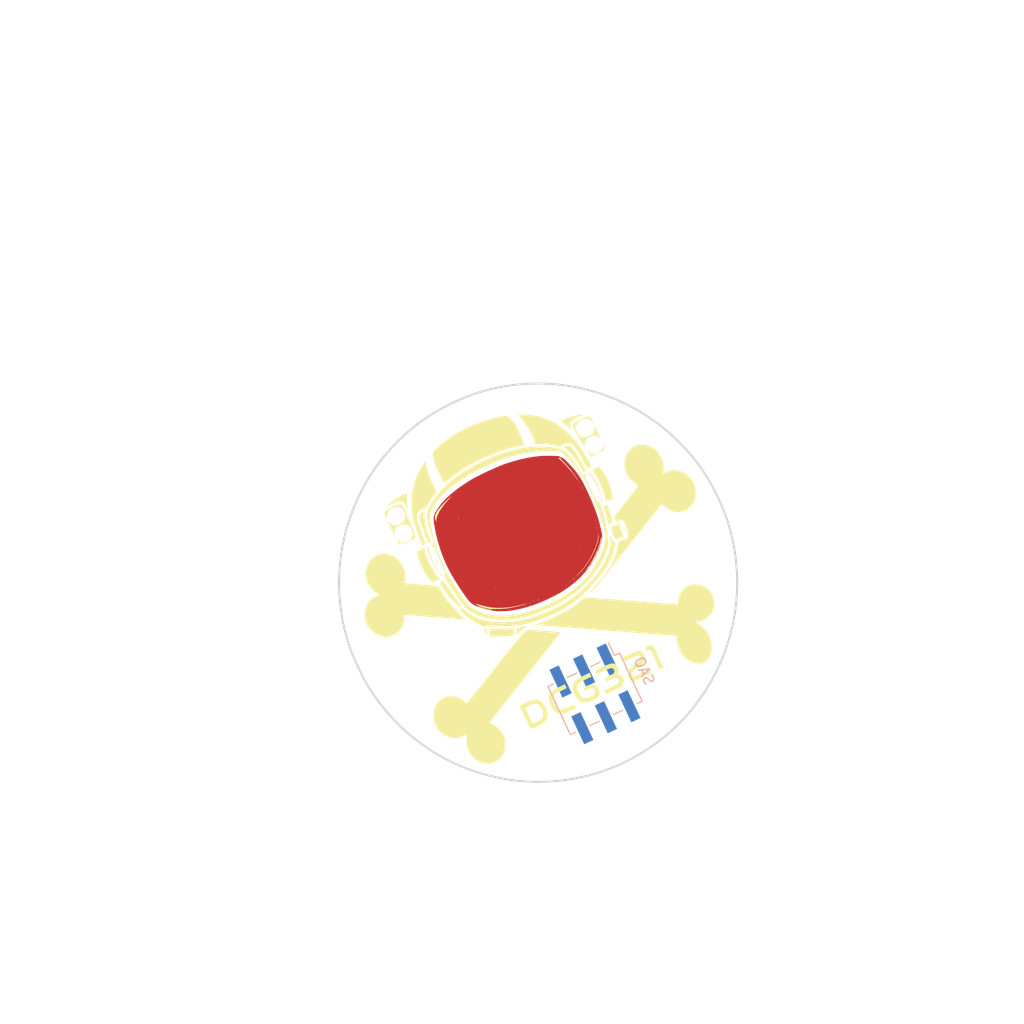
<source format=kicad_pcb>
(kicad_pcb (version 20221018) (generator pcbnew)
  (layers (0 "F.Cu" signal) (31 "B.Cu" signal) (34 "B.Paste" user) (35 "F.Paste" user) (36 "B.SilkS" user "B.Silkscreen") (37 "F.SilkS" user "F.Silkscreen") (38 "B.Mask" user) (39 "F.Mask" user) (44 "Edge.Cuts" user))
  (net 0 "")
  (footprint "LOGO" (layer "F.Cu") (at 152.544188 106.920539 25)
    (fp_text reference "G***" hide)
    (fp_text value "LOGO" hide)
    (fp_poly (pts (xy 0.503326 -11.975167) (xy 0.919538 -11.968763) (xy 1.309013 -11.957238) (xy 1.657244 -11.940591) (xy 1.949725 -11.91882) (xy 2.064992 -11.906676) (xy 2.796505 -11.807928) (xy 3.468047 -11.691983) (xy 4.095764 -11.55524) (xy 4.6958 -11.394098) (xy 5.284302 -11.204957) (xy 5.409132 -11.160913) (xy 5.575339 -11.096643) (xy 5.778588 -11.01071) (xy 6.005589 -10.909506) (xy 6.243053 -10.799422) (xy 6.477691 -10.686849) (xy 6.696211 -10.578179) (xy 6.885325 -10.479802) (xy 7.031741 -10.39811) (xy 7.122172 -10.339494) (xy 7.129528 -10.33356) (xy 7.180985 -10.286168) (xy 7.183871 -10.274087) (xy 7.177854 -10.276857) (xy 7.134908 -10.280477) (xy 7.129528 -10.26762) (xy 7.154092 -10.218941) (xy 7.211262 -10.157302) (xy 7.276258 -10.104895) (xy 7.324299 -10.083913) (xy 7.331446 -10.086798) (xy 7.3538 -10.063187) (xy 7.395744 -9.979217) (xy 7.452237 -9.847825) (xy 7.518239 -9.681945) (xy 7.588709 -9.494513) (xy 7.658608 -9.298465) (xy 7.722894 -9.106735) (xy 7.761622 -8.982801) (xy 7.871961 -8.598336) (xy 7.960297 -8.245669) (xy 8.028722 -7.908706) (xy 8.079328 -7.571354) (xy 8.114206 -7.21752) (xy 8.13545 -6.831111) (xy 8.145151 -6.396034) (xy 8.1461 -6.025266) (xy 8.139985 -5.417858) (xy 8.125356 -4.872735) (xy 8.100652 -4.375177) (xy 8.064312 -3.910461) (xy 8.014776 -3.463865) (xy 7.950483 -3.020668) (xy 7.869872 -2.566147) (xy 7.771382 -2.08558) (xy 7.689699 -1.720292) (xy 7.630992 -1.538723) (xy 7.533791 -1.348889) (xy 7.392079 -1.142168) (xy 7.199838 -0.909939) (xy 6.951052 -0.643581) (xy 6.90643 -0.598066) (xy 6.777825 -0.468869) (xy 6.675939 -0.368967) (xy 6.608926 -0.306152) (xy 6.584937 -0.288216) (xy 6.588109 -0.293836) (xy 6.617775 -0.349535) (xy 6.617574 -0.349629) (xy 6.814208 -0.535464) (xy 6.944067 -0.6661) (xy 7.089697 -0.824492) (xy 7.220059 -0.976852) (xy 7.222667 -0.980061) (xy 7.32058 -1.103375) (xy 7.400531 -1.20896) (xy 7.448806 -1.278551) (xy 7.454899 -1.289345) (xy 7.456919 -1.30748) (xy 7.422627 -1.270015) (xy 7.328948 -1.155564) (xy 7.193612 -0.997272) (xy 7.027658 -0.807876) (xy 6.842127 -0.600117) (xy 6.840605 -0.598428) (xy 6.616747 -0.350012) (xy 6.598375 -0.358541) (xy 6.539352 -0.324705) (xy 6.450152 -0.251882) (xy 6.422272 -0.22618) (xy 6.333867 -0.148686) (xy 6.265998 -0.099727) (xy 6.244381 -0.090868) (xy 6.202924 -0.059888) (xy 6.185643 -0.027534) (xy 6.199222 -0.016253) (xy 6.258409 -0.048427) (xy 6.345815 -0.113512) (xy 6.432161 -0.180252) (xy 6.480148 -0.210845) (xy 6.479651 -0.199093) (xy 6.410436 -0.127956) (xy 6.310756 -0.043829) (xy 6.198848 0.040219) (xy 6.092948 0.111118) (xy 6.011294 0.155802) (xy 5.974124 0.163154) (xy 5.923694 0.168246) (xy 5.908418 0.185099) (xy 5.902886 0.211849) (xy 5.934742 0.197639) (xy 5.968784 0.181415) (xy 5.951526 0.210779) (xy 5.934521 0.232086) (xy 5.871136 0.277619) (xy 5.828669 0.279559) (xy 5.788482 0.286663) (xy 5.786537 0.306795) (xy 5.763781 0.343921) (xy 5.729598 0.348612) (xy 5.677634 0.364585) (xy 5.671607 0.387273) (xy 5.647726 0.421559) (xy 5.612517 0.42575) (xy 5.565638 0.43585) (xy 5.565433 0.453064) (xy 5.543083 0.486513) (xy 5.459313 0.546619) (xy 5.323211 0.628296) (xy 5.143863 0.726459) (xy 4.930355 0.836022) (xy 4.691773 0.951901) (xy 4.584604 1.002003) (xy 3.940069 1.266478) (xy 3.256491 1.481222) (xy 2.525297 1.648567) (xy 1.775038 1.766231) (xy 1.491029 1.794052) (xy 1.147913 1.815001) (xy 0.763605 1.828983) (xy 0.356022 1.835905) (xy -0.056921 1.83567) (xy -0.457306 1.828185) (xy -0.827219 1.813355) (xy -1.148742 1.791086) (xy -1.240487 1.782161) (xy -1.893797 1.698949) (xy -2.51419 1.592212) (xy -3.089316 1.464521) (xy -3.606827 1.318451) (xy -3.832809 1.241965) (xy -3.847174 1.236479) (xy -2.793354 1.236479) (xy -2.788047 1.259463) (xy -2.76758 1.262253) (xy -2.735758 1.248107) (xy -2.741806 1.236479) (xy -2.787687 1.231852) (xy -2.793354 1.236479) (xy -3.847174 1.236479) (xy -3.90512 1.214349) (xy -2.944115 1.214349) (xy -2.906114 1.22054) (xy -2.85597 1.213432) (xy -2.855372 1.200235) (xy -2.907115 1.191006) (xy -2.929471 1.197183) (xy -2.944115 1.214349) (xy -3.90512 1.214349) (xy -4.006348 1.175689) (xy -3.098757 1.175689) (xy -3.060756 1.181879) (xy -3.010613 1.174771) (xy -3.010014 1.161574) (xy -3.061757 1.152345) (xy -3.084113 1.158522) (xy -3.098757 1.175689) (xy -4.006348 1.175689) (xy -4.058737 1.155681) (xy -4.103363 1.137028) (xy -3.2534 1.137028) (xy -3.215398 1.143219) (xy -3.165255 1.136111) (xy -3.164656 1.122914) (xy -3.216399 1.113685) (xy -3.238756 1.119861) (xy -3.2534 1.137028) (xy -4.103363 1.137028) (xy -4.29553 1.056704) (xy -4.529438 0.951657) (xy -4.746709 0.847164) (xy -4.933595 0.749851) (xy -5.076343 0.666342) (xy -5.161205 0.603262) (xy -5.163636 0.60081) (xy -5.214884 0.554823) (xy -5.228334 0.557986) (xy -5.224858 0.566362) (xy -5.224896 0.583443) (xy -5.263481 0.546236) (xy -5.267498 0.541596) (xy -5.33265 0.477021) (xy -5.437539 0.384671) (xy -5.560409 0.283643) (xy -5.570472 0.275673) (xy -5.710191 0.159995) (xy -5.874273 0.016226) (xy -6.032476 -0.128978) (xy -6.068716 -0.163487) (xy -6.178689 -0.267099) (xy -6.260843 -0.340385) (xy -6.304826 -0.374364) (xy -6.308063 -0.371157) (xy -6.285256 -0.319943) (xy -6.302283 -0.323337) (xy -6.352167 -0.374406) (xy -6.427932 -0.466218) (xy -6.502576 -0.56446) (xy -6.511214 -0.576679) (xy -6.276695 -0.576679) (xy -6.266796 -0.5359) (xy -6.211749 -0.454825) (xy -6.122445 -0.346436) (xy -6.009776 -0.22371) (xy -5.884633 -0.099627) (xy -5.847482 -0.065168) (xy -5.710791 0.042334) (xy -5.517844 0.170314) (xy -5.28397 0.310026) (xy -5.024499 0.452724) (xy -4.754762 0.589664) (xy -4.490087 0.7121) (xy -4.468645 0.721415) (xy -4.308182 0.787249) (xy -4.121534 0.858376) (xy -3.924652 0.929363) (xy -3.73349 0.994774) (xy -3.563997 1.049174) (xy -3.432127 1.08713) (xy -3.353831 1.103205) (xy -3.347489 1.103388) (xy -3.356509 1.091255) (xy -3.426451 1.059759) (xy -3.544915 1.014083) (xy -3.656773 0.974116) (xy -4.262485 0.740169) (xy -4.805678 0.479248) (xy -4.886255 0.43105) (xy -0.061339 0.43105) (xy -0.042009 0.450381) (xy -0.022679 0.43105) (xy 0.943836 0.43105) (xy 0.963166 0.450381) (xy 0.982496 0.43105) (xy 0.963166 0.41172) (xy 0.943836 0.43105) (xy -0.022679 0.43105) (xy -0.042009 0.41172) (xy -0.061339 0.43105) (xy -4.886255 0.43105) (xy -5.298501 0.184459) (xy -5.377026 0.126499) (xy 6.008371 0.126499) (xy 6.027177 0.138072) (xy 6.078571 0.088408) (xy 6.090624 0.07344) (xy 6.124059 0.027647) (xy 6.104039 0.037247) (xy 6.076027 0.058843) (xy 6.022484 0.106535) (xy 6.008371 0.126499) (xy -5.377026 0.126499) (xy -5.753102 -0.151088) (xy -5.97537 -0.341231) (xy -6.096867 -0.44689) (xy -6.110801 -0.458143) (xy 1.987671 -0.458143) (xy 2.007002 -0.438813) (xy 2.026332 -0.458143) (xy 2.007002 -0.477473) (xy 1.987671 -0.458143) (xy -6.110801 -0.458143) (xy -6.196191 -0.527105) (xy -6.260244 -0.571642) (xy -6.276695 -0.576679) (xy -6.511214 -0.576679) (xy -6.631906 -0.747412) (xy -6.733006 -0.912451) (xy -6.812359 -1.076591) (xy -6.853637 -1.192694) (xy 3.572755 -1.192694) (xy 3.592085 -1.173364) (xy 3.611416 -1.192694) (xy 3.592085 -1.212024) (xy 3.572755 -1.192694) (xy -6.853637 -1.192694) (xy -6.876445 -1.256848) (xy -6.881995 -1.278264) (xy -4.075808 -1.278264) (xy -4.066401 -1.256658) (xy -4.027474 -1.215154) (xy -4.005095 -1.223668) (xy -4.004718 -1.229073) (xy -4.032178 -1.261773) (xy -4.049352 -1.273707) (xy -4.075808 -1.278264) (xy -6.881995 -1.278264) (xy -6.889876 -1.308676) (xy -2.922222 -1.308676) (xy -2.902892 -1.289345) (xy -2.883562 -1.308676) (xy 5.003196 -1.308676) (xy 5.022527 -1.289345) (xy 5.041857 -1.308676) (xy 5.022527 -1.328006) (xy 5.003196 -1.308676) (xy -2.883562 -1.308676) (xy -2.902892 -1.328006) (xy -2.922222 -1.308676) (xy -6.889876 -1.308676) (xy -6.909914 -1.385997) (xy 5.080518 -1.385997) (xy 5.099848 -1.366667) (xy 5.119178 -1.385997) (xy 5.099848 -1.405327) (xy 5.080518 -1.385997) (xy -6.909914 -1.385997) (xy -6.931745 -1.470239) (xy -6.945901 -1.540639) (xy 5.23516 -1.540639) (xy 5.25449 -1.521309) (xy 5.27382 -1.540639) (xy 5.25449 -1.55997) (xy 5.23516 -1.540639) (xy -6.945901 -1.540639) (xy -6.984739 -1.733778) (xy -6.984768 -1.733942) (xy 4.268645 -1.733942) (xy 4.287976 -1.714612) (xy 4.307306 -1.733942) (xy 4.287976 -1.753272) (xy 4.268645 -1.733942) (xy -6.984768 -1.733942) (xy -7.016581 -1.914021) (xy -7.063147 -2.197869) (xy 5.776408 -2.197869) (xy 5.795738 -2.178539) (xy 5.815069 -2.197869) (xy 5.795738 -2.217199) (xy 5.776408 -2.197869) (xy -7.063147 -2.197869) (xy -7.06949 -2.23653) (xy -3.927397 -2.23653) (xy -3.908067 -2.217199) (xy -3.888737 -2.23653) (xy -3.908067 -2.25586) (xy -3.927397 -2.23653) (xy -7.06949 -2.23653) (xy -7.101202 -2.429833) (xy 4.925875 -2.429833) (xy 4.945205 -2.410502) (xy 4.964536 -2.429833) (xy 4.945205 -2.449163) (xy 4.925875 -2.429833) (xy -7.101202 -2.429833) (xy -7.107544 -2.468493) (xy -4.1207 -2.468493) (xy -4.10137 -2.449163) (xy -4.08204 -2.468493) (xy -4.10137 -2.487823) (xy -4.1207 -2.468493) (xy -7.107544 -2.468493) (xy -7.125716 -2.579264) (xy -7.160493 -2.816438) (xy 6.163014 -2.816438) (xy 6.182344 -2.797108) (xy 6.201674 -2.816438) (xy 6.182344 -2.835769) (xy 6.163014 -2.816438) (xy -7.160493 -2.816438) (xy -7.194506 -3.048402) (xy 6.278995 -3.048402) (xy 6.298326 -3.029071) (xy 6.317656 -3.048402) (xy 6.298326 -3.067732) (xy 6.278995 -3.048402) (xy -7.194506 -3.048402) (xy -7.214027 -3.181536) (xy -7.28267 -3.732001) (xy -7.28768 -3.782953) (xy 5.699087 -3.782953) (xy 5.718417 -3.763622) (xy 5.737747 -3.782953) (xy 5.718417 -3.802283) (xy 5.699087 -3.782953) (xy -7.28768 -3.782953) (xy -7.332803 -4.241817) (xy -7.365583 -4.722147) (xy -7.374891 -4.981431) (xy -5.937747 -4.981431) (xy -5.918417 -4.9621) (xy -5.899087 -4.981431) (xy -5.918417 -5.000761) (xy -5.937747 -4.981431) (xy -7.374891 -4.981431) (xy -7.382168 -5.184151) (xy -7.384826 -5.464688) (xy -7.380318 -5.6) (xy 7.28417 -5.6) (xy 7.303501 -5.58067) (xy 7.322831 -5.6) (xy 7.303501 -5.61933) (xy 7.28417 -5.6) (xy -7.380318 -5.6) (xy -7.368726 -5.947945) (xy -5.048554 -5.947945) (xy -5.029224 -5.928615) (xy -5.009893 -5.947945) (xy -5.029224 -5.967275) (xy -5.048554 -5.947945) (xy -7.368726 -5.947945) (xy -7.359298 -6.23094) (xy -7.285058 -7.034715) (xy -7.195047 -7.649011) (xy 4.887215 -7.649011) (xy 4.906545 -7.62968) (xy 4.925875 -7.649011) (xy 4.906545 -7.668341) (xy 4.887215 -7.649011) (xy -7.195047 -7.649011) (xy -7.164756 -7.855739) (xy -7.121018 -8.074277) (xy 7.670776 -8.074277) (xy 7.690107 -8.054947) (xy 7.709437 -8.074277) (xy 7.690107 -8.093607) (xy 7.670776 -8.074277) (xy -7.121018 -8.074277) (xy -7.074593 -8.30624) (xy 5.428463 -8.30624) (xy 5.447793 -8.28691) (xy 5.467123 -8.30624) (xy 5.447793 -8.325571) (xy 5.428463 -8.30624) (xy -7.074593 -8.30624) (xy -7.055249 -8.402892) (xy 7.593455 -8.402892) (xy 7.6076 -8.37107) (xy 7.619229 -8.377118) (xy 7.623856 -8.422999) (xy 7.619229 -8.428666) (xy 7.596245 -8.423359) (xy 7.593455 -8.402892) (xy -7.055249 -8.402892) (xy -7.035905 -8.499543) (xy -4.314003 -8.499543) (xy -4.294673 -8.480213) (xy -4.275342 -8.499543) (xy -4.294673 -8.518874) (xy -4.314003 -8.499543) (xy -7.035905 -8.499543) (xy -7.001042 -8.673737) (xy -6.936246 -8.94414) (xy -4.391324 -8.94414) (xy -4.377179 -8.912318) (xy -4.36555 -8.918366) (xy -4.360924 -8.964247) (xy -4.36555 -8.969914) (xy -4.388534 -8.964607) (xy -4.391324 -8.94414) (xy -6.936246 -8.94414) (xy -6.922555 -9.001276) (xy -6.907416 -9.060122) (xy -4.391324 -9.060122) (xy -4.377179 -9.0283) (xy -4.36555 -9.034348) (xy -4.360924 -9.080229) (xy -4.36555 -9.085895) (xy -4.388534 -9.080588) (xy -4.391324 -9.060122) (xy -6.907416 -9.060122) (xy -6.836275 -9.336655) (xy -6.760327 -9.607367) (xy -6.695697 -9.80331) (xy -6.435714 -9.80331) (xy -6.429334 -9.794673) (xy -6.399377 -9.823544) (xy -6.342236 -9.897073) (xy -6.318791 -9.929985) (xy -0.911872 -9.929985) (xy -0.892542 -9.910654) (xy -0.873212 -9.929985) (xy -0.892542 -9.949315) (xy -0.911872 -9.929985) (xy -6.318791 -9.929985) (xy -6.305123 -9.949171) (xy -6.187185 -10.084627) (xy 2.219635 -10.084627) (xy 2.238965 -10.065297) (xy 2.258295 -10.084627) (xy 2.238965 -10.103957) (xy 2.219635 -10.084627) (xy -6.187185 -10.084627) (xy -6.180669 -10.092111) (xy -6.096709 -10.165781) (xy 7.023823 -10.165781) (xy 7.027904 -10.122709) (xy 7.056774 -10.02375) (xy 7.105463 -9.884382) (xy 7.158481 -9.746309) (xy 7.242473 -9.525856) (xy 7.332936 -9.27296) (xy 7.415066 -9.029516) (xy 7.444511 -8.936956) (xy 7.496681 -8.773795) (xy 7.541283 -8.643684) (xy 7.573256 -8.560784) (xy 7.587026 -8.538218) (xy 7.582433 -8.578709) (xy 7.559067 -8.677724) (xy 7.520832 -8.81987) (xy 7.477317 -8.970669) (xy 7.412723 -9.181403) (xy 7.341161 -9.404014) (xy 7.27358 -9.604851) (xy 7.241376 -9.695756) (xy 7.189684 -9.845358) (xy 7.150647 -9.973007) (xy 7.130778 -10.056896) (xy 7.129528 -10.070415) (xy 7.108536 -10.13913) (xy 7.062616 -10.175993) (xy 7.023823 -10.165781) (xy -6.096709 -10.165781) (xy -5.996283 -10.253899) (xy -5.963765 -10.27793) (xy -1.221157 -10.27793) (xy -1.201826 -10.2586) (xy -1.182496 -10.27793) (xy -1.201826 -10.29726) (xy -1.221157 -10.27793) (xy -5.963765 -10.27793) (xy -5.764137 -10.425458) (xy -5.51272 -10.587215) (xy -3.308828 -10.587215) (xy -3.289498 -10.567884) (xy -3.270167 -10.587215) (xy -3.289498 -10.606545) (xy -3.308828 -10.587215) (xy -5.51272 -10.587215) (xy -5.496402 -10.597714) (xy -5.240828 -10.74277) (xy -5.07032 -10.836178) (xy -4.969702 -10.896886) (xy -4.938689 -10.924659) (xy -4.976996 -10.919265) (xy -5.084338 -10.880469) (xy -5.26043 -10.808037) (xy -5.299848 -10.79122) (xy -5.556828 -10.675293) (xy -5.784793 -10.561201) (xy -5.970386 -10.456151) (xy -6.10025 -10.367353) (xy -6.12567 -10.345586) (xy -6.199064 -10.285816) (xy -6.24971 -10.25874) (xy -6.251684 -10.2586) (xy -6.289899 -10.227811) (xy -6.337345 -10.153627) (xy -6.338034 -10.152283) (xy -6.3761 -10.06173) (xy -6.409284 -9.956875) (xy -6.431262 -9.86248) (xy -6.435714 -9.80331) (xy -6.695697 -9.80331) (xy -6.688763 -9.824332) (xy -6.61563 -9.998469) (xy -6.534978 -10.140698) (xy -6.440857 -10.26194) (xy -6.327316 -10.373113) (xy -6.188405 -10.485138) (xy -6.064455 -10.575954) (xy -5.63753 -10.848175) (xy -5.388721 -10.97382) (xy -4.816591 -10.97382) (xy -4.79726 -10.95449) (xy -4.77793 -10.97382) (xy -4.79726 -10.993151) (xy -4.816591 -10.97382) (xy -5.388721 -10.97382) (xy -5.157087 -11.090792) (xy -4.619824 -11.304821) (xy -4.022438 -11.49128) (xy -3.361629 -11.651184) (xy -2.634093 -11.78555) (xy -1.83653 -11.895394) (xy -1.743075 -11.906171) (xy -1.471072 -11.930449) (xy -1.138769 -11.949618) (xy -0.760671 -11.963676) (xy -0.351285 -11.972622) (xy 0.074883 -11.976453)) (fill solid) (layer "F.Cu"))
    (fp_poly (pts (xy 0.661435 -19.481653) (xy 1.613503 -19.433089) (xy 2.527734 -19.341938) (xy 2.609589 -19.331355) (xy 3.781847 -19.13803) (xy 4.944219 -18.86968) (xy 6.09146 -18.528458) (xy 7.218328 -18.11652) (xy 8.319578 -17.636022) (xy 9.389968 -17.089119) (xy 10.424252 -16.477966) (xy 11.417188 -15.804718) (xy 11.702031 -15.594118) (xy 12.652894 -14.829425) (xy 13.551118 -14.009946) (xy 14.394523 -13.138864) (xy 15.180929 -12.219362) (xy 15.908156 -11.254623) (xy 16.574023 -10.24783) (xy 17.176349 -9.202165) (xy 17.712953 -8.120813) (xy 18.181656 -7.006956) (xy 18.580277 -5.863777) (xy 18.7432 -5.31583) (xy 18.813163 -5.065323) (xy 18.867422 -4.866077) (xy 18.911876 -4.695112) (xy 18.952425 -4.529448) (xy 18.994967 -4.346103) (xy 19.016117 -4.252664) (xy 19.059049 -4.059801) (xy 19.090197 -3.912906) (xy 19.115537 -3.782692) (xy 19.140371 -3.64376) (xy 19.168674 -3.481541) (xy 19.200523 -3.299881) (xy 19.214848 -3.218494) (xy 19.315135 -2.545581) (xy 19.390247 -1.817886) (xy 19.439818 -1.053861) (xy 19.463481 -0.271957) (xy 19.460867 0.509373) (xy 19.431609 1.271678) (xy 19.37534 1.996505) (xy 19.327081 2.416286) (xy 19.228967 3.094715) (xy 19.117394 3.725679) (xy 18.986343 4.338673) (xy 18.829796 4.963195) (xy 18.743423 5.277169) (xy 18.378186 6.431598) (xy 17.94431 7.553977) (xy 17.444332 8.641786) (xy 16.880787 9.692507) (xy 16.256212 10.70362) (xy 15.573144 11.672606) (xy 14.834119 12.596945) (xy 14.041674 13.474118) (xy 13.198345 14.301605) (xy 12.306668 15.076887) (xy 11.369181 15.797445) (xy 10.388419 16.46076) (xy 9.36692 17.064311) (xy 8.307219 17.60558) (xy 7.211853 18.082048) (xy 6.083359 18.491194) (xy 5.161329 18.767553) (xy 4.745662 18.878385) (xy 4.392793 18.967049) (xy 4.09224 19.036046) (xy 3.833519 19.087872) (xy 3.769406 19.099258) (xy 3.337122 19.172747) (xy 2.964679 19.23331) (xy 2.636037 19.282875) (xy 2.335157 19.323368) (xy 2.045998 19.356717) (xy 1.752522 19.384849) (xy 1.438687 19.409692) (xy 1.088454 19.433172) (xy 0.889193 19.44533) (xy 0.526907 19.464665) (xy 0.213675 19.475498) (xy -0.077552 19.477781) (xy -0.373821 19.471465) (xy -0.702183 19.456501) (xy -0.947184 19.442017) (xy -1.468833 19.405978) (xy -1.934059 19.366084) (xy -2.36375 19.319703) (xy -2.778796 19.264205) (xy -3.200084 19.196958) (xy -3.648503 19.115331) (xy -3.846728 19.076764) (xy -5.010409 18.807676) (xy -6.152838 18.46562) (xy -7.270646 18.052853) (xy -8.360468 17.57163) (xy -9.418934 17.024209) (xy -10.442679 16.412845) (xy -11.428335 15.739794) (xy -12.372534 15.007314) (xy -13.271909 14.217659) (xy -14.123093 13.373088) (xy -14.922719 12.475855) (xy -15.667419 11.528217) (xy -16.161685 10.824962) (xy -16.494085 10.305797) (xy -16.829966 9.738219) (xy -17.158939 9.141947) (xy -17.470616 8.536703) (xy -17.754609 7.942209) (xy -18.00053 7.378184) (xy -18.075983 7.190867) (xy -18.451006 6.160035) (xy -18.764527 5.128033) (xy -19.020182 4.079901) (xy -19.221605 3.000679) (xy -19.372429 1.875405) (xy -19.376687 1.836377) (xy -19.39161 1.651383) (xy -19.403943 1.403943) (xy -19.413686 1.106242) (xy -19.420836 0.770467) (xy -19.425391 0.408804) (xy -19.42735 0.033437) (xy -19.426711 -0.343445) (xy -19.423472 -0.709659) (xy -19.417631 -1.053018) (xy -19.409187 -1.361336) (xy -19.398138 -1.622426) (xy -19.384482 -1.824104) (xy -19.377228 -1.894369) (xy -19.33727 -2.222277) (xy -19.304248 -2.488002) (xy -19.275896 -2.70613) (xy -19.249951 -2.89125) (xy -19.224147 -3.057949) (xy -19.19622 -3.220816) (xy -19.163906 -3.394437) (xy -19.12494 -3.593402) (xy -19.077057 -3.832297) (xy -19.074151 -3.846728) (xy -19.034673 -4.042905) (xy -18.99929 -4.218975) (xy -18.971564 -4.357203) (xy -18.955054 -4.43985) (xy -18.953842 -4.445967) (xy -18.935939 -4.524806) (xy -18.903719 -4.656305) (xy -18.862651 -4.818379) (xy -18.839061 -4.909528) (xy -18.492749 -6.086422) (xy -18.076653 -7.231891) (xy -17.592677 -8.343478) (xy -17.04273 -9.418723) (xy -16.428716 -10.455165) (xy -15.752543 -11.450347) (xy -15.016117 -12.401809) (xy -14.221344 -13.307091) (xy -13.370131 -14.163734) (xy -12.464383 -14.969279) (xy -11.506007 -15.721266) (xy -10.49691 -16.417236) (xy -9.438997 -17.05473) (xy -9.413851 -17.068828) (xy -8.431818 -17.578273) (xy -7.401241 -18.036342) (xy -6.335058 -18.438545) (xy -5.246209 -18.780392) (xy -4.147632 -19.057393) (xy -3.112177 -19.25552) (xy -2.215275 -19.374565) (xy -1.273605 -19.452117) (xy -0.307818 -19.487904)) (stroke (width 0.2)) (fill none) (layer "Edge.Cuts"))
  )
  (footprint "Connector_PinSocket_2.54mm:PinSocket_2x03_P2.54mm_Vertical_SMD" (layer "B.Cu") (at 158.104188 117.770539 115)
    (fp_text reference "SAO" (at 0 5.31 115) (layer "B.SilkS") (effects (justify mirror)))
    (fp_text value "Conn_02x03_Top_Bottom" hide)
    (pad "1" smd rect (at 2.52 2.54 115) (size 3 1) (layers "B.Cu" "B.Paste" "B.Mask"))
    (pad "2" smd rect (at -2.52 2.54 115) (size 3 1) (layers "B.Cu" "B.Paste" "B.Mask"))
    (pad "3" smd rect (at 2.52 0 115) (size 3 1) (layers "B.Cu" "B.Paste" "B.Mask"))
    (pad "4" smd rect (at -2.52 0 115) (size 3 1) (layers "B.Cu" "B.Paste" "B.Mask"))
    (pad "5" smd rect (at 2.52 -2.54 115) (size 3 1) (layers "B.Cu" "B.Paste" "B.Mask"))
    (pad "6" smd rect (at -2.52 -2.54 115) (size 3 1) (layers "B.Cu" "B.Paste" "B.Mask"))
  )
)
</source>
